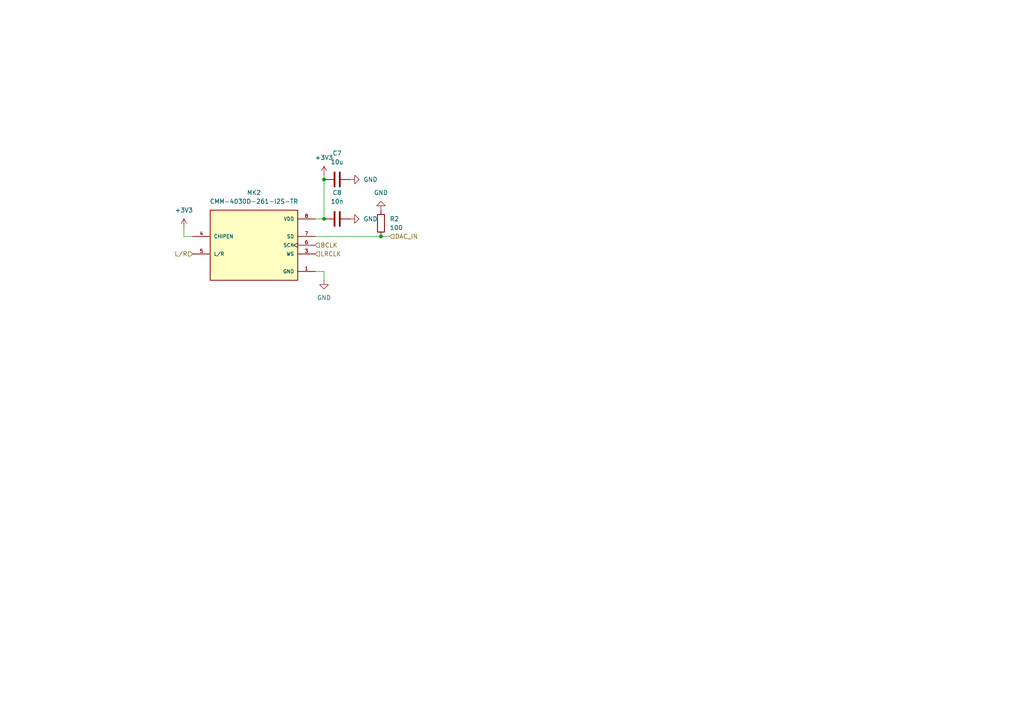
<source format=kicad_sch>
(kicad_sch (version 20211123) (generator eeschema)
  (paper "A4")
  (lib_symbols
    (symbol "CMM-4030D-261-I2S-TR:CMM-4030D-261-I2S-TR" (pin_names (offset 1.016))
      (property "Reference" "MK" (at -12.7 10.795 0))
      (property "Value" "CMM-4030D-261-I2S-TR" (at -12.7254 -12.7254 0))
      (symbol "CMM-4030D-261-I2S-TR_0_0"
        (rectangle (start -12.7 -10.16) (end 12.7 10.16) (stroke (width 0.254)) (fill (type background)))
        (pin power_in line (at 17.78 -7.62 180) (length 5.08) (name "GND") (number "1"))
        (pin input line (at 17.78 -2.54 180) (length 5.08) (name "WS") (number "3"))
        (pin input line (at -17.78 2.54 0) (length 5.08) (name "CHIPEN") (number "4"))
        (pin input line (at -17.78 -2.54 0) (length 5.08) (name "L/R") (number "5"))
        (pin input clock (at 17.78 0 180) (length 5.08) (name "SCK") (number "6"))
        (pin output line (at 17.78 2.54 180) (length 5.08) (name "SD") (number "7"))
        (pin power_in line (at 17.78 7.62 180) (length 5.08) (name "VDD") (number "8"))
      )
    )
    (symbol "Device:C" (pin_numbers hide) (pin_names (offset 0.254))
      (property "Reference" "C" (at 0.635 2.54 0))
      (property "Value" "C" (at 0.635 -2.54 0))
      (symbol "C_0_1"
        (polyline (pts (xy -2.032 -0.762) (xy 2.032 -0.762)) (stroke (width 0.508)))
        (polyline (pts (xy -2.032 0.762) (xy 2.032 0.762)) (stroke (width 0.508)))
      )
      (symbol "C_1_1"
        (pin passive line (at 0 3.81 270) (length 2.794) (name "~") (number "1"))
        (pin passive line (at 0 -3.81 90) (length 2.794) (name "~") (number "2"))
      )
    )
    (symbol "Device:R" (pin_numbers hide) (pin_names (offset 0))
      (property "Reference" "R" (at 2.032 0 90))
      (property "Value" "R" (at 0 0 90))
      (symbol "R_0_1"
        (rectangle (start -1.016 -2.54) (end 1.016 2.54) (stroke (width 0.254)))
      )
      (symbol "R_1_1"
        (pin passive line (at 0 3.81 270) (length 1.27) (name "~") (number "1"))
        (pin passive line (at 0 -3.81 90) (length 1.27) (name "~") (number "2"))
      )
    )
    (symbol "power:+3V3" (power) (pin_names (offset 0))
      (property "Value" "+3V3" (at 0 3.556 0))
      (symbol "+3V3_0_1"
        (polyline (pts (xy -0.762 1.27) (xy 0 2.54)))
        (polyline (pts (xy 0 0) (xy 0 2.54)))
        (polyline (pts (xy 0 2.54) (xy 0.762 1.27)))
      )
      (symbol "+3V3_1_1"
        (pin power_in line (at 0 0 90) (length 0) hide (name "+3V3") (number "1"))
      )
    )
    (symbol "power:GND" (power) (pin_names (offset 0))
      (property "Value" "GND" (at 0 -3.81 0))
      (symbol "GND_0_1"
        (polyline (pts (xy 0 0) (xy 0 -1.27) (xy 1.27 -1.27) (xy 0 -2.54) (xy -1.27 -1.27) (xy 0 -1.27)))
      )
      (symbol "GND_1_1"
        (pin power_in line (at 0 0 270) (length 0) hide (name "GND") (number "1"))
      )
    )
  )
  (junction (at 110.49 68.58))
  (junction (at 93.98 63.5))
  (junction (at 93.98 52.07))
  (wire (pts (xy 93.98 63.5) (xy 93.98 52.07)))
  (wire (pts (xy 53.34 68.58) (xy 53.34 66.04)))
  (wire (pts (xy 93.98 78.74) (xy 93.98 81.28)))
  (wire (pts (xy 113.03 68.58) (xy 110.49 68.58)))
  (wire (pts (xy 91.44 63.5) (xy 93.98 63.5)))
  (wire (pts (xy 93.98 52.07) (xy 93.98 50.8)))
  (wire (pts (xy 55.88 68.58) (xy 53.34 68.58)))
  (wire (pts (xy 91.44 78.74) (xy 93.98 78.74)))
  (wire (pts (xy 91.44 68.58) (xy 110.49 68.58)))
  (hierarchical_label "BCLK" (shape input) (at 91.44 71.12 0))
  (hierarchical_label "L{slash}R" (shape input) (at 55.88 73.66 180))
  (hierarchical_label "DAC_IN" (shape input) (at 113.03 68.58 0))
  (hierarchical_label "LRCLK" (shape input) (at 91.44 73.66 0))
  (symbol (lib_id "power:GND") (at 93.98 81.28 0) (unit 1)
    (property "Reference" "#PWR0127" (effects hide))
    (property "Value" "GND" (at 93.98 86.36 0))
  )
  (symbol (lib_id "power:+3V3") (at 93.98 50.8 0) (unit 1)
    (property "Reference" "#PWR0132" (effects hide))
    (property "Value" "+3V3" (at 93.98 45.72 0))
  )
  (symbol (lib_id "Device:C") (at 97.79 52.07 90) (unit 1)
    (property "Reference" "C7" (at 97.79 44.45 90))
    (property "Value" "10u" (at 97.79 46.99 90))
    (property "Footprint" "Capacitor_SMD:C_0201_0603Metric" (effects hide))
  )
  (symbol (lib_id "power:+3V3") (at 53.34 66.04 0) (unit 1)
    (property "Reference" "#PWR0128" (effects hide))
    (property "Value" "+3V3" (at 53.34 60.96 0))
  )
  (symbol (lib_id "power:GND") (at 101.6 63.5 90) (unit 1)
    (property "Reference" "#PWR0131" (effects hide))
    (property "Value" "GND" (at 105.41 63.4999 90) (effects (justify right)))
  )
  (symbol (lib_id "CMM-4030D-261-I2S-TR:CMM-4030D-261-I2S-TR") (at 73.66 71.12 0) (unit 1)
    (property "Reference" "MK2" (at 73.66 55.88 0))
    (property "Value" "CMM-4030D-261-I2S-TR" (at 73.66 58.42 0))
    (property "Footprint" "Custom:MIC_CMM-4030D-261-I2S-TR" (effects hide))
    (property "MANUFACTURER" "CUI Devices" (effects hide))
    (property "MAXIMUM_PACKAGE_HEIGHT" "1.4 mm" (effects hide))
    (property "PARTREV" "1.0" (effects hide))
    (property "STANDARD" "Manufacturer Recommendations" (effects hide))
  )
  (symbol (lib_id "power:GND") (at 101.6 52.07 90) (unit 1)
    (property "Reference" "#PWR0130" (effects hide))
    (property "Value" "GND" (at 105.41 52.0699 90) (effects (justify right)))
  )
  (symbol (lib_id "Device:R") (at 110.49 64.77 0) (unit 1)
    (property "Reference" "R2" (at 113.03 63.4999 0) (effects (justify left)))
    (property "Value" "100" (at 113.03 66.0399 0) (effects (justify left)))
    (property "Footprint" "Resistor_SMD:R_0201_0603Metric" (effects hide))
  )
  (symbol (lib_id "power:GND") (at 110.49 60.96 180) (unit 1)
    (property "Reference" "#PWR0129" (effects hide))
    (property "Value" "GND" (at 110.49 55.88 0))
  )
  (symbol (lib_id "Device:C") (at 97.79 63.5 270) (unit 1)
    (property "Reference" "C8" (at 97.79 55.88 90))
    (property "Value" "10n" (at 97.79 58.42 90))
    (property "Footprint" "Capacitor_SMD:C_0201_0603Metric" (effects hide))
  )
)
</source>
